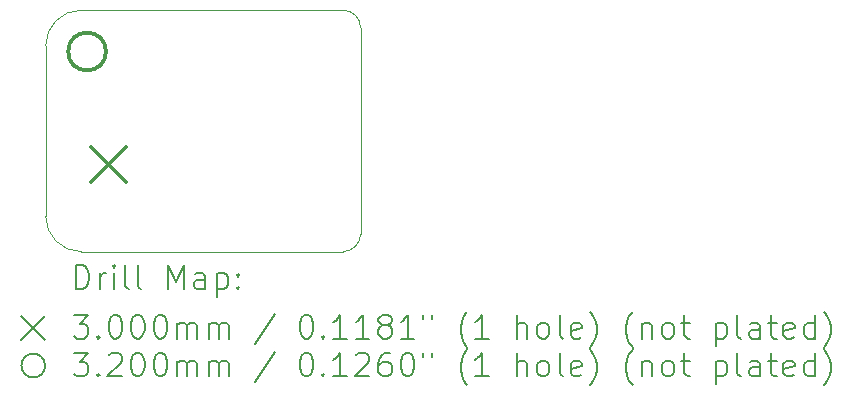
<source format=gbr>
%TF.GenerationSoftware,KiCad,Pcbnew,7.0.10*%
%TF.CreationDate,2024-02-05T22:52:13+01:00*%
%TF.ProjectId,PowerPCB,506f7765-7250-4434-922e-6b696361645f,rev?*%
%TF.SameCoordinates,Original*%
%TF.FileFunction,Drillmap*%
%TF.FilePolarity,Positive*%
%FSLAX45Y45*%
G04 Gerber Fmt 4.5, Leading zero omitted, Abs format (unit mm)*
G04 Created by KiCad (PCBNEW 7.0.10) date 2024-02-05 22:52:13*
%MOMM*%
%LPD*%
G01*
G04 APERTURE LIST*
%ADD10C,0.100000*%
%ADD11C,0.200000*%
%ADD12C,0.300000*%
%ADD13C,0.320000*%
G04 APERTURE END LIST*
D10*
X10000000Y-6144000D02*
G75*
G03*
X10300000Y-6444000I300000J0D01*
G01*
X12667000Y-4550000D02*
G75*
G03*
X12517000Y-4400000I-150000J0D01*
G01*
X10000000Y-4700000D02*
X10000000Y-6144000D01*
X12517000Y-6444000D02*
G75*
G03*
X12667000Y-6294000I-1200J151200D01*
G01*
X10300000Y-4400000D02*
G75*
G03*
X10000000Y-4700000I0J-300000D01*
G01*
X10300000Y-6444000D02*
X12517000Y-6444000D01*
X12667000Y-4550000D02*
X12667000Y-6294000D01*
X12517000Y-4400000D02*
X10300000Y-4400000D01*
D11*
D12*
X10383400Y-5557400D02*
X10683400Y-5857400D01*
X10683400Y-5557400D02*
X10383400Y-5857400D01*
D13*
X10510000Y-4750000D02*
G75*
G03*
X10190000Y-4750000I-160000J0D01*
G01*
X10190000Y-4750000D02*
G75*
G03*
X10510000Y-4750000I160000J0D01*
G01*
D11*
X10255777Y-6760484D02*
X10255777Y-6560484D01*
X10255777Y-6560484D02*
X10303396Y-6560484D01*
X10303396Y-6560484D02*
X10331967Y-6570008D01*
X10331967Y-6570008D02*
X10351015Y-6589055D01*
X10351015Y-6589055D02*
X10360539Y-6608103D01*
X10360539Y-6608103D02*
X10370063Y-6646198D01*
X10370063Y-6646198D02*
X10370063Y-6674769D01*
X10370063Y-6674769D02*
X10360539Y-6712865D01*
X10360539Y-6712865D02*
X10351015Y-6731912D01*
X10351015Y-6731912D02*
X10331967Y-6750960D01*
X10331967Y-6750960D02*
X10303396Y-6760484D01*
X10303396Y-6760484D02*
X10255777Y-6760484D01*
X10455777Y-6760484D02*
X10455777Y-6627150D01*
X10455777Y-6665246D02*
X10465301Y-6646198D01*
X10465301Y-6646198D02*
X10474824Y-6636674D01*
X10474824Y-6636674D02*
X10493872Y-6627150D01*
X10493872Y-6627150D02*
X10512920Y-6627150D01*
X10579586Y-6760484D02*
X10579586Y-6627150D01*
X10579586Y-6560484D02*
X10570063Y-6570008D01*
X10570063Y-6570008D02*
X10579586Y-6579531D01*
X10579586Y-6579531D02*
X10589110Y-6570008D01*
X10589110Y-6570008D02*
X10579586Y-6560484D01*
X10579586Y-6560484D02*
X10579586Y-6579531D01*
X10703396Y-6760484D02*
X10684348Y-6750960D01*
X10684348Y-6750960D02*
X10674824Y-6731912D01*
X10674824Y-6731912D02*
X10674824Y-6560484D01*
X10808158Y-6760484D02*
X10789110Y-6750960D01*
X10789110Y-6750960D02*
X10779586Y-6731912D01*
X10779586Y-6731912D02*
X10779586Y-6560484D01*
X11036729Y-6760484D02*
X11036729Y-6560484D01*
X11036729Y-6560484D02*
X11103396Y-6703341D01*
X11103396Y-6703341D02*
X11170063Y-6560484D01*
X11170063Y-6560484D02*
X11170063Y-6760484D01*
X11351015Y-6760484D02*
X11351015Y-6655722D01*
X11351015Y-6655722D02*
X11341491Y-6636674D01*
X11341491Y-6636674D02*
X11322443Y-6627150D01*
X11322443Y-6627150D02*
X11284348Y-6627150D01*
X11284348Y-6627150D02*
X11265301Y-6636674D01*
X11351015Y-6750960D02*
X11331967Y-6760484D01*
X11331967Y-6760484D02*
X11284348Y-6760484D01*
X11284348Y-6760484D02*
X11265301Y-6750960D01*
X11265301Y-6750960D02*
X11255777Y-6731912D01*
X11255777Y-6731912D02*
X11255777Y-6712865D01*
X11255777Y-6712865D02*
X11265301Y-6693817D01*
X11265301Y-6693817D02*
X11284348Y-6684293D01*
X11284348Y-6684293D02*
X11331967Y-6684293D01*
X11331967Y-6684293D02*
X11351015Y-6674769D01*
X11446253Y-6627150D02*
X11446253Y-6827150D01*
X11446253Y-6636674D02*
X11465301Y-6627150D01*
X11465301Y-6627150D02*
X11503396Y-6627150D01*
X11503396Y-6627150D02*
X11522443Y-6636674D01*
X11522443Y-6636674D02*
X11531967Y-6646198D01*
X11531967Y-6646198D02*
X11541491Y-6665246D01*
X11541491Y-6665246D02*
X11541491Y-6722388D01*
X11541491Y-6722388D02*
X11531967Y-6741436D01*
X11531967Y-6741436D02*
X11522443Y-6750960D01*
X11522443Y-6750960D02*
X11503396Y-6760484D01*
X11503396Y-6760484D02*
X11465301Y-6760484D01*
X11465301Y-6760484D02*
X11446253Y-6750960D01*
X11627205Y-6741436D02*
X11636729Y-6750960D01*
X11636729Y-6750960D02*
X11627205Y-6760484D01*
X11627205Y-6760484D02*
X11617682Y-6750960D01*
X11617682Y-6750960D02*
X11627205Y-6741436D01*
X11627205Y-6741436D02*
X11627205Y-6760484D01*
X11627205Y-6636674D02*
X11636729Y-6646198D01*
X11636729Y-6646198D02*
X11627205Y-6655722D01*
X11627205Y-6655722D02*
X11617682Y-6646198D01*
X11617682Y-6646198D02*
X11627205Y-6636674D01*
X11627205Y-6636674D02*
X11627205Y-6655722D01*
X9795000Y-6989000D02*
X9995000Y-7189000D01*
X9995000Y-6989000D02*
X9795000Y-7189000D01*
X10236729Y-6980484D02*
X10360539Y-6980484D01*
X10360539Y-6980484D02*
X10293872Y-7056674D01*
X10293872Y-7056674D02*
X10322444Y-7056674D01*
X10322444Y-7056674D02*
X10341491Y-7066198D01*
X10341491Y-7066198D02*
X10351015Y-7075722D01*
X10351015Y-7075722D02*
X10360539Y-7094769D01*
X10360539Y-7094769D02*
X10360539Y-7142388D01*
X10360539Y-7142388D02*
X10351015Y-7161436D01*
X10351015Y-7161436D02*
X10341491Y-7170960D01*
X10341491Y-7170960D02*
X10322444Y-7180484D01*
X10322444Y-7180484D02*
X10265301Y-7180484D01*
X10265301Y-7180484D02*
X10246253Y-7170960D01*
X10246253Y-7170960D02*
X10236729Y-7161436D01*
X10446253Y-7161436D02*
X10455777Y-7170960D01*
X10455777Y-7170960D02*
X10446253Y-7180484D01*
X10446253Y-7180484D02*
X10436729Y-7170960D01*
X10436729Y-7170960D02*
X10446253Y-7161436D01*
X10446253Y-7161436D02*
X10446253Y-7180484D01*
X10579586Y-6980484D02*
X10598634Y-6980484D01*
X10598634Y-6980484D02*
X10617682Y-6990008D01*
X10617682Y-6990008D02*
X10627205Y-6999531D01*
X10627205Y-6999531D02*
X10636729Y-7018579D01*
X10636729Y-7018579D02*
X10646253Y-7056674D01*
X10646253Y-7056674D02*
X10646253Y-7104293D01*
X10646253Y-7104293D02*
X10636729Y-7142388D01*
X10636729Y-7142388D02*
X10627205Y-7161436D01*
X10627205Y-7161436D02*
X10617682Y-7170960D01*
X10617682Y-7170960D02*
X10598634Y-7180484D01*
X10598634Y-7180484D02*
X10579586Y-7180484D01*
X10579586Y-7180484D02*
X10560539Y-7170960D01*
X10560539Y-7170960D02*
X10551015Y-7161436D01*
X10551015Y-7161436D02*
X10541491Y-7142388D01*
X10541491Y-7142388D02*
X10531967Y-7104293D01*
X10531967Y-7104293D02*
X10531967Y-7056674D01*
X10531967Y-7056674D02*
X10541491Y-7018579D01*
X10541491Y-7018579D02*
X10551015Y-6999531D01*
X10551015Y-6999531D02*
X10560539Y-6990008D01*
X10560539Y-6990008D02*
X10579586Y-6980484D01*
X10770063Y-6980484D02*
X10789110Y-6980484D01*
X10789110Y-6980484D02*
X10808158Y-6990008D01*
X10808158Y-6990008D02*
X10817682Y-6999531D01*
X10817682Y-6999531D02*
X10827205Y-7018579D01*
X10827205Y-7018579D02*
X10836729Y-7056674D01*
X10836729Y-7056674D02*
X10836729Y-7104293D01*
X10836729Y-7104293D02*
X10827205Y-7142388D01*
X10827205Y-7142388D02*
X10817682Y-7161436D01*
X10817682Y-7161436D02*
X10808158Y-7170960D01*
X10808158Y-7170960D02*
X10789110Y-7180484D01*
X10789110Y-7180484D02*
X10770063Y-7180484D01*
X10770063Y-7180484D02*
X10751015Y-7170960D01*
X10751015Y-7170960D02*
X10741491Y-7161436D01*
X10741491Y-7161436D02*
X10731967Y-7142388D01*
X10731967Y-7142388D02*
X10722444Y-7104293D01*
X10722444Y-7104293D02*
X10722444Y-7056674D01*
X10722444Y-7056674D02*
X10731967Y-7018579D01*
X10731967Y-7018579D02*
X10741491Y-6999531D01*
X10741491Y-6999531D02*
X10751015Y-6990008D01*
X10751015Y-6990008D02*
X10770063Y-6980484D01*
X10960539Y-6980484D02*
X10979586Y-6980484D01*
X10979586Y-6980484D02*
X10998634Y-6990008D01*
X10998634Y-6990008D02*
X11008158Y-6999531D01*
X11008158Y-6999531D02*
X11017682Y-7018579D01*
X11017682Y-7018579D02*
X11027205Y-7056674D01*
X11027205Y-7056674D02*
X11027205Y-7104293D01*
X11027205Y-7104293D02*
X11017682Y-7142388D01*
X11017682Y-7142388D02*
X11008158Y-7161436D01*
X11008158Y-7161436D02*
X10998634Y-7170960D01*
X10998634Y-7170960D02*
X10979586Y-7180484D01*
X10979586Y-7180484D02*
X10960539Y-7180484D01*
X10960539Y-7180484D02*
X10941491Y-7170960D01*
X10941491Y-7170960D02*
X10931967Y-7161436D01*
X10931967Y-7161436D02*
X10922444Y-7142388D01*
X10922444Y-7142388D02*
X10912920Y-7104293D01*
X10912920Y-7104293D02*
X10912920Y-7056674D01*
X10912920Y-7056674D02*
X10922444Y-7018579D01*
X10922444Y-7018579D02*
X10931967Y-6999531D01*
X10931967Y-6999531D02*
X10941491Y-6990008D01*
X10941491Y-6990008D02*
X10960539Y-6980484D01*
X11112920Y-7180484D02*
X11112920Y-7047150D01*
X11112920Y-7066198D02*
X11122444Y-7056674D01*
X11122444Y-7056674D02*
X11141491Y-7047150D01*
X11141491Y-7047150D02*
X11170063Y-7047150D01*
X11170063Y-7047150D02*
X11189110Y-7056674D01*
X11189110Y-7056674D02*
X11198634Y-7075722D01*
X11198634Y-7075722D02*
X11198634Y-7180484D01*
X11198634Y-7075722D02*
X11208158Y-7056674D01*
X11208158Y-7056674D02*
X11227205Y-7047150D01*
X11227205Y-7047150D02*
X11255777Y-7047150D01*
X11255777Y-7047150D02*
X11274824Y-7056674D01*
X11274824Y-7056674D02*
X11284348Y-7075722D01*
X11284348Y-7075722D02*
X11284348Y-7180484D01*
X11379586Y-7180484D02*
X11379586Y-7047150D01*
X11379586Y-7066198D02*
X11389110Y-7056674D01*
X11389110Y-7056674D02*
X11408158Y-7047150D01*
X11408158Y-7047150D02*
X11436729Y-7047150D01*
X11436729Y-7047150D02*
X11455777Y-7056674D01*
X11455777Y-7056674D02*
X11465301Y-7075722D01*
X11465301Y-7075722D02*
X11465301Y-7180484D01*
X11465301Y-7075722D02*
X11474824Y-7056674D01*
X11474824Y-7056674D02*
X11493872Y-7047150D01*
X11493872Y-7047150D02*
X11522443Y-7047150D01*
X11522443Y-7047150D02*
X11541491Y-7056674D01*
X11541491Y-7056674D02*
X11551015Y-7075722D01*
X11551015Y-7075722D02*
X11551015Y-7180484D01*
X11941491Y-6970960D02*
X11770063Y-7228103D01*
X12198634Y-6980484D02*
X12217682Y-6980484D01*
X12217682Y-6980484D02*
X12236729Y-6990008D01*
X12236729Y-6990008D02*
X12246253Y-6999531D01*
X12246253Y-6999531D02*
X12255777Y-7018579D01*
X12255777Y-7018579D02*
X12265301Y-7056674D01*
X12265301Y-7056674D02*
X12265301Y-7104293D01*
X12265301Y-7104293D02*
X12255777Y-7142388D01*
X12255777Y-7142388D02*
X12246253Y-7161436D01*
X12246253Y-7161436D02*
X12236729Y-7170960D01*
X12236729Y-7170960D02*
X12217682Y-7180484D01*
X12217682Y-7180484D02*
X12198634Y-7180484D01*
X12198634Y-7180484D02*
X12179586Y-7170960D01*
X12179586Y-7170960D02*
X12170063Y-7161436D01*
X12170063Y-7161436D02*
X12160539Y-7142388D01*
X12160539Y-7142388D02*
X12151015Y-7104293D01*
X12151015Y-7104293D02*
X12151015Y-7056674D01*
X12151015Y-7056674D02*
X12160539Y-7018579D01*
X12160539Y-7018579D02*
X12170063Y-6999531D01*
X12170063Y-6999531D02*
X12179586Y-6990008D01*
X12179586Y-6990008D02*
X12198634Y-6980484D01*
X12351015Y-7161436D02*
X12360539Y-7170960D01*
X12360539Y-7170960D02*
X12351015Y-7180484D01*
X12351015Y-7180484D02*
X12341491Y-7170960D01*
X12341491Y-7170960D02*
X12351015Y-7161436D01*
X12351015Y-7161436D02*
X12351015Y-7180484D01*
X12551015Y-7180484D02*
X12436729Y-7180484D01*
X12493872Y-7180484D02*
X12493872Y-6980484D01*
X12493872Y-6980484D02*
X12474825Y-7009055D01*
X12474825Y-7009055D02*
X12455777Y-7028103D01*
X12455777Y-7028103D02*
X12436729Y-7037627D01*
X12741491Y-7180484D02*
X12627206Y-7180484D01*
X12684348Y-7180484D02*
X12684348Y-6980484D01*
X12684348Y-6980484D02*
X12665301Y-7009055D01*
X12665301Y-7009055D02*
X12646253Y-7028103D01*
X12646253Y-7028103D02*
X12627206Y-7037627D01*
X12855777Y-7066198D02*
X12836729Y-7056674D01*
X12836729Y-7056674D02*
X12827206Y-7047150D01*
X12827206Y-7047150D02*
X12817682Y-7028103D01*
X12817682Y-7028103D02*
X12817682Y-7018579D01*
X12817682Y-7018579D02*
X12827206Y-6999531D01*
X12827206Y-6999531D02*
X12836729Y-6990008D01*
X12836729Y-6990008D02*
X12855777Y-6980484D01*
X12855777Y-6980484D02*
X12893872Y-6980484D01*
X12893872Y-6980484D02*
X12912920Y-6990008D01*
X12912920Y-6990008D02*
X12922444Y-6999531D01*
X12922444Y-6999531D02*
X12931967Y-7018579D01*
X12931967Y-7018579D02*
X12931967Y-7028103D01*
X12931967Y-7028103D02*
X12922444Y-7047150D01*
X12922444Y-7047150D02*
X12912920Y-7056674D01*
X12912920Y-7056674D02*
X12893872Y-7066198D01*
X12893872Y-7066198D02*
X12855777Y-7066198D01*
X12855777Y-7066198D02*
X12836729Y-7075722D01*
X12836729Y-7075722D02*
X12827206Y-7085246D01*
X12827206Y-7085246D02*
X12817682Y-7104293D01*
X12817682Y-7104293D02*
X12817682Y-7142388D01*
X12817682Y-7142388D02*
X12827206Y-7161436D01*
X12827206Y-7161436D02*
X12836729Y-7170960D01*
X12836729Y-7170960D02*
X12855777Y-7180484D01*
X12855777Y-7180484D02*
X12893872Y-7180484D01*
X12893872Y-7180484D02*
X12912920Y-7170960D01*
X12912920Y-7170960D02*
X12922444Y-7161436D01*
X12922444Y-7161436D02*
X12931967Y-7142388D01*
X12931967Y-7142388D02*
X12931967Y-7104293D01*
X12931967Y-7104293D02*
X12922444Y-7085246D01*
X12922444Y-7085246D02*
X12912920Y-7075722D01*
X12912920Y-7075722D02*
X12893872Y-7066198D01*
X13122444Y-7180484D02*
X13008158Y-7180484D01*
X13065301Y-7180484D02*
X13065301Y-6980484D01*
X13065301Y-6980484D02*
X13046253Y-7009055D01*
X13046253Y-7009055D02*
X13027206Y-7028103D01*
X13027206Y-7028103D02*
X13008158Y-7037627D01*
X13198634Y-6980484D02*
X13198634Y-7018579D01*
X13274825Y-6980484D02*
X13274825Y-7018579D01*
X13570063Y-7256674D02*
X13560539Y-7247150D01*
X13560539Y-7247150D02*
X13541491Y-7218579D01*
X13541491Y-7218579D02*
X13531968Y-7199531D01*
X13531968Y-7199531D02*
X13522444Y-7170960D01*
X13522444Y-7170960D02*
X13512920Y-7123341D01*
X13512920Y-7123341D02*
X13512920Y-7085246D01*
X13512920Y-7085246D02*
X13522444Y-7037627D01*
X13522444Y-7037627D02*
X13531968Y-7009055D01*
X13531968Y-7009055D02*
X13541491Y-6990008D01*
X13541491Y-6990008D02*
X13560539Y-6961436D01*
X13560539Y-6961436D02*
X13570063Y-6951912D01*
X13751015Y-7180484D02*
X13636729Y-7180484D01*
X13693872Y-7180484D02*
X13693872Y-6980484D01*
X13693872Y-6980484D02*
X13674825Y-7009055D01*
X13674825Y-7009055D02*
X13655777Y-7028103D01*
X13655777Y-7028103D02*
X13636729Y-7037627D01*
X13989110Y-7180484D02*
X13989110Y-6980484D01*
X14074825Y-7180484D02*
X14074825Y-7075722D01*
X14074825Y-7075722D02*
X14065301Y-7056674D01*
X14065301Y-7056674D02*
X14046253Y-7047150D01*
X14046253Y-7047150D02*
X14017682Y-7047150D01*
X14017682Y-7047150D02*
X13998634Y-7056674D01*
X13998634Y-7056674D02*
X13989110Y-7066198D01*
X14198634Y-7180484D02*
X14179587Y-7170960D01*
X14179587Y-7170960D02*
X14170063Y-7161436D01*
X14170063Y-7161436D02*
X14160539Y-7142388D01*
X14160539Y-7142388D02*
X14160539Y-7085246D01*
X14160539Y-7085246D02*
X14170063Y-7066198D01*
X14170063Y-7066198D02*
X14179587Y-7056674D01*
X14179587Y-7056674D02*
X14198634Y-7047150D01*
X14198634Y-7047150D02*
X14227206Y-7047150D01*
X14227206Y-7047150D02*
X14246253Y-7056674D01*
X14246253Y-7056674D02*
X14255777Y-7066198D01*
X14255777Y-7066198D02*
X14265301Y-7085246D01*
X14265301Y-7085246D02*
X14265301Y-7142388D01*
X14265301Y-7142388D02*
X14255777Y-7161436D01*
X14255777Y-7161436D02*
X14246253Y-7170960D01*
X14246253Y-7170960D02*
X14227206Y-7180484D01*
X14227206Y-7180484D02*
X14198634Y-7180484D01*
X14379587Y-7180484D02*
X14360539Y-7170960D01*
X14360539Y-7170960D02*
X14351015Y-7151912D01*
X14351015Y-7151912D02*
X14351015Y-6980484D01*
X14531968Y-7170960D02*
X14512920Y-7180484D01*
X14512920Y-7180484D02*
X14474825Y-7180484D01*
X14474825Y-7180484D02*
X14455777Y-7170960D01*
X14455777Y-7170960D02*
X14446253Y-7151912D01*
X14446253Y-7151912D02*
X14446253Y-7075722D01*
X14446253Y-7075722D02*
X14455777Y-7056674D01*
X14455777Y-7056674D02*
X14474825Y-7047150D01*
X14474825Y-7047150D02*
X14512920Y-7047150D01*
X14512920Y-7047150D02*
X14531968Y-7056674D01*
X14531968Y-7056674D02*
X14541491Y-7075722D01*
X14541491Y-7075722D02*
X14541491Y-7094769D01*
X14541491Y-7094769D02*
X14446253Y-7113817D01*
X14608158Y-7256674D02*
X14617682Y-7247150D01*
X14617682Y-7247150D02*
X14636730Y-7218579D01*
X14636730Y-7218579D02*
X14646253Y-7199531D01*
X14646253Y-7199531D02*
X14655777Y-7170960D01*
X14655777Y-7170960D02*
X14665301Y-7123341D01*
X14665301Y-7123341D02*
X14665301Y-7085246D01*
X14665301Y-7085246D02*
X14655777Y-7037627D01*
X14655777Y-7037627D02*
X14646253Y-7009055D01*
X14646253Y-7009055D02*
X14636730Y-6990008D01*
X14636730Y-6990008D02*
X14617682Y-6961436D01*
X14617682Y-6961436D02*
X14608158Y-6951912D01*
X14970063Y-7256674D02*
X14960539Y-7247150D01*
X14960539Y-7247150D02*
X14941491Y-7218579D01*
X14941491Y-7218579D02*
X14931968Y-7199531D01*
X14931968Y-7199531D02*
X14922444Y-7170960D01*
X14922444Y-7170960D02*
X14912920Y-7123341D01*
X14912920Y-7123341D02*
X14912920Y-7085246D01*
X14912920Y-7085246D02*
X14922444Y-7037627D01*
X14922444Y-7037627D02*
X14931968Y-7009055D01*
X14931968Y-7009055D02*
X14941491Y-6990008D01*
X14941491Y-6990008D02*
X14960539Y-6961436D01*
X14960539Y-6961436D02*
X14970063Y-6951912D01*
X15046253Y-7047150D02*
X15046253Y-7180484D01*
X15046253Y-7066198D02*
X15055777Y-7056674D01*
X15055777Y-7056674D02*
X15074825Y-7047150D01*
X15074825Y-7047150D02*
X15103396Y-7047150D01*
X15103396Y-7047150D02*
X15122444Y-7056674D01*
X15122444Y-7056674D02*
X15131968Y-7075722D01*
X15131968Y-7075722D02*
X15131968Y-7180484D01*
X15255777Y-7180484D02*
X15236730Y-7170960D01*
X15236730Y-7170960D02*
X15227206Y-7161436D01*
X15227206Y-7161436D02*
X15217682Y-7142388D01*
X15217682Y-7142388D02*
X15217682Y-7085246D01*
X15217682Y-7085246D02*
X15227206Y-7066198D01*
X15227206Y-7066198D02*
X15236730Y-7056674D01*
X15236730Y-7056674D02*
X15255777Y-7047150D01*
X15255777Y-7047150D02*
X15284349Y-7047150D01*
X15284349Y-7047150D02*
X15303396Y-7056674D01*
X15303396Y-7056674D02*
X15312920Y-7066198D01*
X15312920Y-7066198D02*
X15322444Y-7085246D01*
X15322444Y-7085246D02*
X15322444Y-7142388D01*
X15322444Y-7142388D02*
X15312920Y-7161436D01*
X15312920Y-7161436D02*
X15303396Y-7170960D01*
X15303396Y-7170960D02*
X15284349Y-7180484D01*
X15284349Y-7180484D02*
X15255777Y-7180484D01*
X15379587Y-7047150D02*
X15455777Y-7047150D01*
X15408158Y-6980484D02*
X15408158Y-7151912D01*
X15408158Y-7151912D02*
X15417682Y-7170960D01*
X15417682Y-7170960D02*
X15436730Y-7180484D01*
X15436730Y-7180484D02*
X15455777Y-7180484D01*
X15674825Y-7047150D02*
X15674825Y-7247150D01*
X15674825Y-7056674D02*
X15693872Y-7047150D01*
X15693872Y-7047150D02*
X15731968Y-7047150D01*
X15731968Y-7047150D02*
X15751015Y-7056674D01*
X15751015Y-7056674D02*
X15760539Y-7066198D01*
X15760539Y-7066198D02*
X15770063Y-7085246D01*
X15770063Y-7085246D02*
X15770063Y-7142388D01*
X15770063Y-7142388D02*
X15760539Y-7161436D01*
X15760539Y-7161436D02*
X15751015Y-7170960D01*
X15751015Y-7170960D02*
X15731968Y-7180484D01*
X15731968Y-7180484D02*
X15693872Y-7180484D01*
X15693872Y-7180484D02*
X15674825Y-7170960D01*
X15884349Y-7180484D02*
X15865301Y-7170960D01*
X15865301Y-7170960D02*
X15855777Y-7151912D01*
X15855777Y-7151912D02*
X15855777Y-6980484D01*
X16046253Y-7180484D02*
X16046253Y-7075722D01*
X16046253Y-7075722D02*
X16036730Y-7056674D01*
X16036730Y-7056674D02*
X16017682Y-7047150D01*
X16017682Y-7047150D02*
X15979587Y-7047150D01*
X15979587Y-7047150D02*
X15960539Y-7056674D01*
X16046253Y-7170960D02*
X16027206Y-7180484D01*
X16027206Y-7180484D02*
X15979587Y-7180484D01*
X15979587Y-7180484D02*
X15960539Y-7170960D01*
X15960539Y-7170960D02*
X15951015Y-7151912D01*
X15951015Y-7151912D02*
X15951015Y-7132865D01*
X15951015Y-7132865D02*
X15960539Y-7113817D01*
X15960539Y-7113817D02*
X15979587Y-7104293D01*
X15979587Y-7104293D02*
X16027206Y-7104293D01*
X16027206Y-7104293D02*
X16046253Y-7094769D01*
X16112920Y-7047150D02*
X16189111Y-7047150D01*
X16141492Y-6980484D02*
X16141492Y-7151912D01*
X16141492Y-7151912D02*
X16151015Y-7170960D01*
X16151015Y-7170960D02*
X16170063Y-7180484D01*
X16170063Y-7180484D02*
X16189111Y-7180484D01*
X16331968Y-7170960D02*
X16312920Y-7180484D01*
X16312920Y-7180484D02*
X16274825Y-7180484D01*
X16274825Y-7180484D02*
X16255777Y-7170960D01*
X16255777Y-7170960D02*
X16246253Y-7151912D01*
X16246253Y-7151912D02*
X16246253Y-7075722D01*
X16246253Y-7075722D02*
X16255777Y-7056674D01*
X16255777Y-7056674D02*
X16274825Y-7047150D01*
X16274825Y-7047150D02*
X16312920Y-7047150D01*
X16312920Y-7047150D02*
X16331968Y-7056674D01*
X16331968Y-7056674D02*
X16341492Y-7075722D01*
X16341492Y-7075722D02*
X16341492Y-7094769D01*
X16341492Y-7094769D02*
X16246253Y-7113817D01*
X16512920Y-7180484D02*
X16512920Y-6980484D01*
X16512920Y-7170960D02*
X16493873Y-7180484D01*
X16493873Y-7180484D02*
X16455777Y-7180484D01*
X16455777Y-7180484D02*
X16436730Y-7170960D01*
X16436730Y-7170960D02*
X16427206Y-7161436D01*
X16427206Y-7161436D02*
X16417682Y-7142388D01*
X16417682Y-7142388D02*
X16417682Y-7085246D01*
X16417682Y-7085246D02*
X16427206Y-7066198D01*
X16427206Y-7066198D02*
X16436730Y-7056674D01*
X16436730Y-7056674D02*
X16455777Y-7047150D01*
X16455777Y-7047150D02*
X16493873Y-7047150D01*
X16493873Y-7047150D02*
X16512920Y-7056674D01*
X16589111Y-7256674D02*
X16598634Y-7247150D01*
X16598634Y-7247150D02*
X16617682Y-7218579D01*
X16617682Y-7218579D02*
X16627206Y-7199531D01*
X16627206Y-7199531D02*
X16636730Y-7170960D01*
X16636730Y-7170960D02*
X16646253Y-7123341D01*
X16646253Y-7123341D02*
X16646253Y-7085246D01*
X16646253Y-7085246D02*
X16636730Y-7037627D01*
X16636730Y-7037627D02*
X16627206Y-7009055D01*
X16627206Y-7009055D02*
X16617682Y-6990008D01*
X16617682Y-6990008D02*
X16598634Y-6961436D01*
X16598634Y-6961436D02*
X16589111Y-6951912D01*
X9995000Y-7409000D02*
G75*
G03*
X9795000Y-7409000I-100000J0D01*
G01*
X9795000Y-7409000D02*
G75*
G03*
X9995000Y-7409000I100000J0D01*
G01*
X10236729Y-7300484D02*
X10360539Y-7300484D01*
X10360539Y-7300484D02*
X10293872Y-7376674D01*
X10293872Y-7376674D02*
X10322444Y-7376674D01*
X10322444Y-7376674D02*
X10341491Y-7386198D01*
X10341491Y-7386198D02*
X10351015Y-7395722D01*
X10351015Y-7395722D02*
X10360539Y-7414769D01*
X10360539Y-7414769D02*
X10360539Y-7462388D01*
X10360539Y-7462388D02*
X10351015Y-7481436D01*
X10351015Y-7481436D02*
X10341491Y-7490960D01*
X10341491Y-7490960D02*
X10322444Y-7500484D01*
X10322444Y-7500484D02*
X10265301Y-7500484D01*
X10265301Y-7500484D02*
X10246253Y-7490960D01*
X10246253Y-7490960D02*
X10236729Y-7481436D01*
X10446253Y-7481436D02*
X10455777Y-7490960D01*
X10455777Y-7490960D02*
X10446253Y-7500484D01*
X10446253Y-7500484D02*
X10436729Y-7490960D01*
X10436729Y-7490960D02*
X10446253Y-7481436D01*
X10446253Y-7481436D02*
X10446253Y-7500484D01*
X10531967Y-7319531D02*
X10541491Y-7310008D01*
X10541491Y-7310008D02*
X10560539Y-7300484D01*
X10560539Y-7300484D02*
X10608158Y-7300484D01*
X10608158Y-7300484D02*
X10627205Y-7310008D01*
X10627205Y-7310008D02*
X10636729Y-7319531D01*
X10636729Y-7319531D02*
X10646253Y-7338579D01*
X10646253Y-7338579D02*
X10646253Y-7357627D01*
X10646253Y-7357627D02*
X10636729Y-7386198D01*
X10636729Y-7386198D02*
X10522444Y-7500484D01*
X10522444Y-7500484D02*
X10646253Y-7500484D01*
X10770063Y-7300484D02*
X10789110Y-7300484D01*
X10789110Y-7300484D02*
X10808158Y-7310008D01*
X10808158Y-7310008D02*
X10817682Y-7319531D01*
X10817682Y-7319531D02*
X10827205Y-7338579D01*
X10827205Y-7338579D02*
X10836729Y-7376674D01*
X10836729Y-7376674D02*
X10836729Y-7424293D01*
X10836729Y-7424293D02*
X10827205Y-7462388D01*
X10827205Y-7462388D02*
X10817682Y-7481436D01*
X10817682Y-7481436D02*
X10808158Y-7490960D01*
X10808158Y-7490960D02*
X10789110Y-7500484D01*
X10789110Y-7500484D02*
X10770063Y-7500484D01*
X10770063Y-7500484D02*
X10751015Y-7490960D01*
X10751015Y-7490960D02*
X10741491Y-7481436D01*
X10741491Y-7481436D02*
X10731967Y-7462388D01*
X10731967Y-7462388D02*
X10722444Y-7424293D01*
X10722444Y-7424293D02*
X10722444Y-7376674D01*
X10722444Y-7376674D02*
X10731967Y-7338579D01*
X10731967Y-7338579D02*
X10741491Y-7319531D01*
X10741491Y-7319531D02*
X10751015Y-7310008D01*
X10751015Y-7310008D02*
X10770063Y-7300484D01*
X10960539Y-7300484D02*
X10979586Y-7300484D01*
X10979586Y-7300484D02*
X10998634Y-7310008D01*
X10998634Y-7310008D02*
X11008158Y-7319531D01*
X11008158Y-7319531D02*
X11017682Y-7338579D01*
X11017682Y-7338579D02*
X11027205Y-7376674D01*
X11027205Y-7376674D02*
X11027205Y-7424293D01*
X11027205Y-7424293D02*
X11017682Y-7462388D01*
X11017682Y-7462388D02*
X11008158Y-7481436D01*
X11008158Y-7481436D02*
X10998634Y-7490960D01*
X10998634Y-7490960D02*
X10979586Y-7500484D01*
X10979586Y-7500484D02*
X10960539Y-7500484D01*
X10960539Y-7500484D02*
X10941491Y-7490960D01*
X10941491Y-7490960D02*
X10931967Y-7481436D01*
X10931967Y-7481436D02*
X10922444Y-7462388D01*
X10922444Y-7462388D02*
X10912920Y-7424293D01*
X10912920Y-7424293D02*
X10912920Y-7376674D01*
X10912920Y-7376674D02*
X10922444Y-7338579D01*
X10922444Y-7338579D02*
X10931967Y-7319531D01*
X10931967Y-7319531D02*
X10941491Y-7310008D01*
X10941491Y-7310008D02*
X10960539Y-7300484D01*
X11112920Y-7500484D02*
X11112920Y-7367150D01*
X11112920Y-7386198D02*
X11122444Y-7376674D01*
X11122444Y-7376674D02*
X11141491Y-7367150D01*
X11141491Y-7367150D02*
X11170063Y-7367150D01*
X11170063Y-7367150D02*
X11189110Y-7376674D01*
X11189110Y-7376674D02*
X11198634Y-7395722D01*
X11198634Y-7395722D02*
X11198634Y-7500484D01*
X11198634Y-7395722D02*
X11208158Y-7376674D01*
X11208158Y-7376674D02*
X11227205Y-7367150D01*
X11227205Y-7367150D02*
X11255777Y-7367150D01*
X11255777Y-7367150D02*
X11274824Y-7376674D01*
X11274824Y-7376674D02*
X11284348Y-7395722D01*
X11284348Y-7395722D02*
X11284348Y-7500484D01*
X11379586Y-7500484D02*
X11379586Y-7367150D01*
X11379586Y-7386198D02*
X11389110Y-7376674D01*
X11389110Y-7376674D02*
X11408158Y-7367150D01*
X11408158Y-7367150D02*
X11436729Y-7367150D01*
X11436729Y-7367150D02*
X11455777Y-7376674D01*
X11455777Y-7376674D02*
X11465301Y-7395722D01*
X11465301Y-7395722D02*
X11465301Y-7500484D01*
X11465301Y-7395722D02*
X11474824Y-7376674D01*
X11474824Y-7376674D02*
X11493872Y-7367150D01*
X11493872Y-7367150D02*
X11522443Y-7367150D01*
X11522443Y-7367150D02*
X11541491Y-7376674D01*
X11541491Y-7376674D02*
X11551015Y-7395722D01*
X11551015Y-7395722D02*
X11551015Y-7500484D01*
X11941491Y-7290960D02*
X11770063Y-7548103D01*
X12198634Y-7300484D02*
X12217682Y-7300484D01*
X12217682Y-7300484D02*
X12236729Y-7310008D01*
X12236729Y-7310008D02*
X12246253Y-7319531D01*
X12246253Y-7319531D02*
X12255777Y-7338579D01*
X12255777Y-7338579D02*
X12265301Y-7376674D01*
X12265301Y-7376674D02*
X12265301Y-7424293D01*
X12265301Y-7424293D02*
X12255777Y-7462388D01*
X12255777Y-7462388D02*
X12246253Y-7481436D01*
X12246253Y-7481436D02*
X12236729Y-7490960D01*
X12236729Y-7490960D02*
X12217682Y-7500484D01*
X12217682Y-7500484D02*
X12198634Y-7500484D01*
X12198634Y-7500484D02*
X12179586Y-7490960D01*
X12179586Y-7490960D02*
X12170063Y-7481436D01*
X12170063Y-7481436D02*
X12160539Y-7462388D01*
X12160539Y-7462388D02*
X12151015Y-7424293D01*
X12151015Y-7424293D02*
X12151015Y-7376674D01*
X12151015Y-7376674D02*
X12160539Y-7338579D01*
X12160539Y-7338579D02*
X12170063Y-7319531D01*
X12170063Y-7319531D02*
X12179586Y-7310008D01*
X12179586Y-7310008D02*
X12198634Y-7300484D01*
X12351015Y-7481436D02*
X12360539Y-7490960D01*
X12360539Y-7490960D02*
X12351015Y-7500484D01*
X12351015Y-7500484D02*
X12341491Y-7490960D01*
X12341491Y-7490960D02*
X12351015Y-7481436D01*
X12351015Y-7481436D02*
X12351015Y-7500484D01*
X12551015Y-7500484D02*
X12436729Y-7500484D01*
X12493872Y-7500484D02*
X12493872Y-7300484D01*
X12493872Y-7300484D02*
X12474825Y-7329055D01*
X12474825Y-7329055D02*
X12455777Y-7348103D01*
X12455777Y-7348103D02*
X12436729Y-7357627D01*
X12627206Y-7319531D02*
X12636729Y-7310008D01*
X12636729Y-7310008D02*
X12655777Y-7300484D01*
X12655777Y-7300484D02*
X12703396Y-7300484D01*
X12703396Y-7300484D02*
X12722444Y-7310008D01*
X12722444Y-7310008D02*
X12731967Y-7319531D01*
X12731967Y-7319531D02*
X12741491Y-7338579D01*
X12741491Y-7338579D02*
X12741491Y-7357627D01*
X12741491Y-7357627D02*
X12731967Y-7386198D01*
X12731967Y-7386198D02*
X12617682Y-7500484D01*
X12617682Y-7500484D02*
X12741491Y-7500484D01*
X12912920Y-7300484D02*
X12874825Y-7300484D01*
X12874825Y-7300484D02*
X12855777Y-7310008D01*
X12855777Y-7310008D02*
X12846253Y-7319531D01*
X12846253Y-7319531D02*
X12827206Y-7348103D01*
X12827206Y-7348103D02*
X12817682Y-7386198D01*
X12817682Y-7386198D02*
X12817682Y-7462388D01*
X12817682Y-7462388D02*
X12827206Y-7481436D01*
X12827206Y-7481436D02*
X12836729Y-7490960D01*
X12836729Y-7490960D02*
X12855777Y-7500484D01*
X12855777Y-7500484D02*
X12893872Y-7500484D01*
X12893872Y-7500484D02*
X12912920Y-7490960D01*
X12912920Y-7490960D02*
X12922444Y-7481436D01*
X12922444Y-7481436D02*
X12931967Y-7462388D01*
X12931967Y-7462388D02*
X12931967Y-7414769D01*
X12931967Y-7414769D02*
X12922444Y-7395722D01*
X12922444Y-7395722D02*
X12912920Y-7386198D01*
X12912920Y-7386198D02*
X12893872Y-7376674D01*
X12893872Y-7376674D02*
X12855777Y-7376674D01*
X12855777Y-7376674D02*
X12836729Y-7386198D01*
X12836729Y-7386198D02*
X12827206Y-7395722D01*
X12827206Y-7395722D02*
X12817682Y-7414769D01*
X13055777Y-7300484D02*
X13074825Y-7300484D01*
X13074825Y-7300484D02*
X13093872Y-7310008D01*
X13093872Y-7310008D02*
X13103396Y-7319531D01*
X13103396Y-7319531D02*
X13112920Y-7338579D01*
X13112920Y-7338579D02*
X13122444Y-7376674D01*
X13122444Y-7376674D02*
X13122444Y-7424293D01*
X13122444Y-7424293D02*
X13112920Y-7462388D01*
X13112920Y-7462388D02*
X13103396Y-7481436D01*
X13103396Y-7481436D02*
X13093872Y-7490960D01*
X13093872Y-7490960D02*
X13074825Y-7500484D01*
X13074825Y-7500484D02*
X13055777Y-7500484D01*
X13055777Y-7500484D02*
X13036729Y-7490960D01*
X13036729Y-7490960D02*
X13027206Y-7481436D01*
X13027206Y-7481436D02*
X13017682Y-7462388D01*
X13017682Y-7462388D02*
X13008158Y-7424293D01*
X13008158Y-7424293D02*
X13008158Y-7376674D01*
X13008158Y-7376674D02*
X13017682Y-7338579D01*
X13017682Y-7338579D02*
X13027206Y-7319531D01*
X13027206Y-7319531D02*
X13036729Y-7310008D01*
X13036729Y-7310008D02*
X13055777Y-7300484D01*
X13198634Y-7300484D02*
X13198634Y-7338579D01*
X13274825Y-7300484D02*
X13274825Y-7338579D01*
X13570063Y-7576674D02*
X13560539Y-7567150D01*
X13560539Y-7567150D02*
X13541491Y-7538579D01*
X13541491Y-7538579D02*
X13531968Y-7519531D01*
X13531968Y-7519531D02*
X13522444Y-7490960D01*
X13522444Y-7490960D02*
X13512920Y-7443341D01*
X13512920Y-7443341D02*
X13512920Y-7405246D01*
X13512920Y-7405246D02*
X13522444Y-7357627D01*
X13522444Y-7357627D02*
X13531968Y-7329055D01*
X13531968Y-7329055D02*
X13541491Y-7310008D01*
X13541491Y-7310008D02*
X13560539Y-7281436D01*
X13560539Y-7281436D02*
X13570063Y-7271912D01*
X13751015Y-7500484D02*
X13636729Y-7500484D01*
X13693872Y-7500484D02*
X13693872Y-7300484D01*
X13693872Y-7300484D02*
X13674825Y-7329055D01*
X13674825Y-7329055D02*
X13655777Y-7348103D01*
X13655777Y-7348103D02*
X13636729Y-7357627D01*
X13989110Y-7500484D02*
X13989110Y-7300484D01*
X14074825Y-7500484D02*
X14074825Y-7395722D01*
X14074825Y-7395722D02*
X14065301Y-7376674D01*
X14065301Y-7376674D02*
X14046253Y-7367150D01*
X14046253Y-7367150D02*
X14017682Y-7367150D01*
X14017682Y-7367150D02*
X13998634Y-7376674D01*
X13998634Y-7376674D02*
X13989110Y-7386198D01*
X14198634Y-7500484D02*
X14179587Y-7490960D01*
X14179587Y-7490960D02*
X14170063Y-7481436D01*
X14170063Y-7481436D02*
X14160539Y-7462388D01*
X14160539Y-7462388D02*
X14160539Y-7405246D01*
X14160539Y-7405246D02*
X14170063Y-7386198D01*
X14170063Y-7386198D02*
X14179587Y-7376674D01*
X14179587Y-7376674D02*
X14198634Y-7367150D01*
X14198634Y-7367150D02*
X14227206Y-7367150D01*
X14227206Y-7367150D02*
X14246253Y-7376674D01*
X14246253Y-7376674D02*
X14255777Y-7386198D01*
X14255777Y-7386198D02*
X14265301Y-7405246D01*
X14265301Y-7405246D02*
X14265301Y-7462388D01*
X14265301Y-7462388D02*
X14255777Y-7481436D01*
X14255777Y-7481436D02*
X14246253Y-7490960D01*
X14246253Y-7490960D02*
X14227206Y-7500484D01*
X14227206Y-7500484D02*
X14198634Y-7500484D01*
X14379587Y-7500484D02*
X14360539Y-7490960D01*
X14360539Y-7490960D02*
X14351015Y-7471912D01*
X14351015Y-7471912D02*
X14351015Y-7300484D01*
X14531968Y-7490960D02*
X14512920Y-7500484D01*
X14512920Y-7500484D02*
X14474825Y-7500484D01*
X14474825Y-7500484D02*
X14455777Y-7490960D01*
X14455777Y-7490960D02*
X14446253Y-7471912D01*
X14446253Y-7471912D02*
X14446253Y-7395722D01*
X14446253Y-7395722D02*
X14455777Y-7376674D01*
X14455777Y-7376674D02*
X14474825Y-7367150D01*
X14474825Y-7367150D02*
X14512920Y-7367150D01*
X14512920Y-7367150D02*
X14531968Y-7376674D01*
X14531968Y-7376674D02*
X14541491Y-7395722D01*
X14541491Y-7395722D02*
X14541491Y-7414769D01*
X14541491Y-7414769D02*
X14446253Y-7433817D01*
X14608158Y-7576674D02*
X14617682Y-7567150D01*
X14617682Y-7567150D02*
X14636730Y-7538579D01*
X14636730Y-7538579D02*
X14646253Y-7519531D01*
X14646253Y-7519531D02*
X14655777Y-7490960D01*
X14655777Y-7490960D02*
X14665301Y-7443341D01*
X14665301Y-7443341D02*
X14665301Y-7405246D01*
X14665301Y-7405246D02*
X14655777Y-7357627D01*
X14655777Y-7357627D02*
X14646253Y-7329055D01*
X14646253Y-7329055D02*
X14636730Y-7310008D01*
X14636730Y-7310008D02*
X14617682Y-7281436D01*
X14617682Y-7281436D02*
X14608158Y-7271912D01*
X14970063Y-7576674D02*
X14960539Y-7567150D01*
X14960539Y-7567150D02*
X14941491Y-7538579D01*
X14941491Y-7538579D02*
X14931968Y-7519531D01*
X14931968Y-7519531D02*
X14922444Y-7490960D01*
X14922444Y-7490960D02*
X14912920Y-7443341D01*
X14912920Y-7443341D02*
X14912920Y-7405246D01*
X14912920Y-7405246D02*
X14922444Y-7357627D01*
X14922444Y-7357627D02*
X14931968Y-7329055D01*
X14931968Y-7329055D02*
X14941491Y-7310008D01*
X14941491Y-7310008D02*
X14960539Y-7281436D01*
X14960539Y-7281436D02*
X14970063Y-7271912D01*
X15046253Y-7367150D02*
X15046253Y-7500484D01*
X15046253Y-7386198D02*
X15055777Y-7376674D01*
X15055777Y-7376674D02*
X15074825Y-7367150D01*
X15074825Y-7367150D02*
X15103396Y-7367150D01*
X15103396Y-7367150D02*
X15122444Y-7376674D01*
X15122444Y-7376674D02*
X15131968Y-7395722D01*
X15131968Y-7395722D02*
X15131968Y-7500484D01*
X15255777Y-7500484D02*
X15236730Y-7490960D01*
X15236730Y-7490960D02*
X15227206Y-7481436D01*
X15227206Y-7481436D02*
X15217682Y-7462388D01*
X15217682Y-7462388D02*
X15217682Y-7405246D01*
X15217682Y-7405246D02*
X15227206Y-7386198D01*
X15227206Y-7386198D02*
X15236730Y-7376674D01*
X15236730Y-7376674D02*
X15255777Y-7367150D01*
X15255777Y-7367150D02*
X15284349Y-7367150D01*
X15284349Y-7367150D02*
X15303396Y-7376674D01*
X15303396Y-7376674D02*
X15312920Y-7386198D01*
X15312920Y-7386198D02*
X15322444Y-7405246D01*
X15322444Y-7405246D02*
X15322444Y-7462388D01*
X15322444Y-7462388D02*
X15312920Y-7481436D01*
X15312920Y-7481436D02*
X15303396Y-7490960D01*
X15303396Y-7490960D02*
X15284349Y-7500484D01*
X15284349Y-7500484D02*
X15255777Y-7500484D01*
X15379587Y-7367150D02*
X15455777Y-7367150D01*
X15408158Y-7300484D02*
X15408158Y-7471912D01*
X15408158Y-7471912D02*
X15417682Y-7490960D01*
X15417682Y-7490960D02*
X15436730Y-7500484D01*
X15436730Y-7500484D02*
X15455777Y-7500484D01*
X15674825Y-7367150D02*
X15674825Y-7567150D01*
X15674825Y-7376674D02*
X15693872Y-7367150D01*
X15693872Y-7367150D02*
X15731968Y-7367150D01*
X15731968Y-7367150D02*
X15751015Y-7376674D01*
X15751015Y-7376674D02*
X15760539Y-7386198D01*
X15760539Y-7386198D02*
X15770063Y-7405246D01*
X15770063Y-7405246D02*
X15770063Y-7462388D01*
X15770063Y-7462388D02*
X15760539Y-7481436D01*
X15760539Y-7481436D02*
X15751015Y-7490960D01*
X15751015Y-7490960D02*
X15731968Y-7500484D01*
X15731968Y-7500484D02*
X15693872Y-7500484D01*
X15693872Y-7500484D02*
X15674825Y-7490960D01*
X15884349Y-7500484D02*
X15865301Y-7490960D01*
X15865301Y-7490960D02*
X15855777Y-7471912D01*
X15855777Y-7471912D02*
X15855777Y-7300484D01*
X16046253Y-7500484D02*
X16046253Y-7395722D01*
X16046253Y-7395722D02*
X16036730Y-7376674D01*
X16036730Y-7376674D02*
X16017682Y-7367150D01*
X16017682Y-7367150D02*
X15979587Y-7367150D01*
X15979587Y-7367150D02*
X15960539Y-7376674D01*
X16046253Y-7490960D02*
X16027206Y-7500484D01*
X16027206Y-7500484D02*
X15979587Y-7500484D01*
X15979587Y-7500484D02*
X15960539Y-7490960D01*
X15960539Y-7490960D02*
X15951015Y-7471912D01*
X15951015Y-7471912D02*
X15951015Y-7452865D01*
X15951015Y-7452865D02*
X15960539Y-7433817D01*
X15960539Y-7433817D02*
X15979587Y-7424293D01*
X15979587Y-7424293D02*
X16027206Y-7424293D01*
X16027206Y-7424293D02*
X16046253Y-7414769D01*
X16112920Y-7367150D02*
X16189111Y-7367150D01*
X16141492Y-7300484D02*
X16141492Y-7471912D01*
X16141492Y-7471912D02*
X16151015Y-7490960D01*
X16151015Y-7490960D02*
X16170063Y-7500484D01*
X16170063Y-7500484D02*
X16189111Y-7500484D01*
X16331968Y-7490960D02*
X16312920Y-7500484D01*
X16312920Y-7500484D02*
X16274825Y-7500484D01*
X16274825Y-7500484D02*
X16255777Y-7490960D01*
X16255777Y-7490960D02*
X16246253Y-7471912D01*
X16246253Y-7471912D02*
X16246253Y-7395722D01*
X16246253Y-7395722D02*
X16255777Y-7376674D01*
X16255777Y-7376674D02*
X16274825Y-7367150D01*
X16274825Y-7367150D02*
X16312920Y-7367150D01*
X16312920Y-7367150D02*
X16331968Y-7376674D01*
X16331968Y-7376674D02*
X16341492Y-7395722D01*
X16341492Y-7395722D02*
X16341492Y-7414769D01*
X16341492Y-7414769D02*
X16246253Y-7433817D01*
X16512920Y-7500484D02*
X16512920Y-7300484D01*
X16512920Y-7490960D02*
X16493873Y-7500484D01*
X16493873Y-7500484D02*
X16455777Y-7500484D01*
X16455777Y-7500484D02*
X16436730Y-7490960D01*
X16436730Y-7490960D02*
X16427206Y-7481436D01*
X16427206Y-7481436D02*
X16417682Y-7462388D01*
X16417682Y-7462388D02*
X16417682Y-7405246D01*
X16417682Y-7405246D02*
X16427206Y-7386198D01*
X16427206Y-7386198D02*
X16436730Y-7376674D01*
X16436730Y-7376674D02*
X16455777Y-7367150D01*
X16455777Y-7367150D02*
X16493873Y-7367150D01*
X16493873Y-7367150D02*
X16512920Y-7376674D01*
X16589111Y-7576674D02*
X16598634Y-7567150D01*
X16598634Y-7567150D02*
X16617682Y-7538579D01*
X16617682Y-7538579D02*
X16627206Y-7519531D01*
X16627206Y-7519531D02*
X16636730Y-7490960D01*
X16636730Y-7490960D02*
X16646253Y-7443341D01*
X16646253Y-7443341D02*
X16646253Y-7405246D01*
X16646253Y-7405246D02*
X16636730Y-7357627D01*
X16636730Y-7357627D02*
X16627206Y-7329055D01*
X16627206Y-7329055D02*
X16617682Y-7310008D01*
X16617682Y-7310008D02*
X16598634Y-7281436D01*
X16598634Y-7281436D02*
X16589111Y-7271912D01*
M02*

</source>
